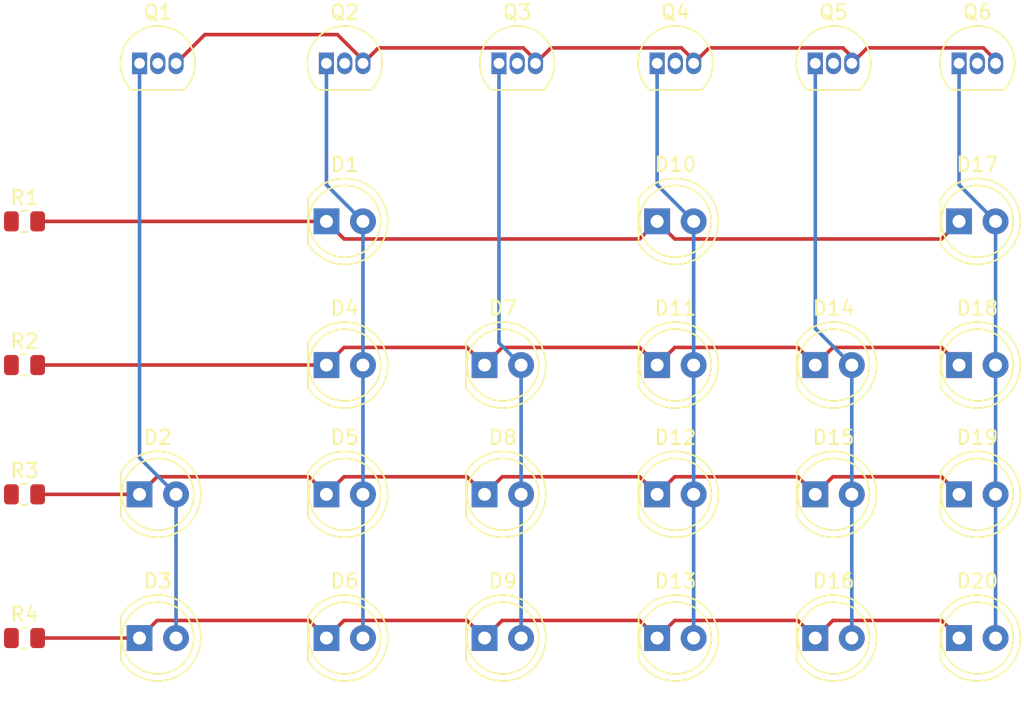
<source format=kicad_pcb>
(kicad_pcb (version 20211014) (generator pcbnew)
  (layers (0 "F.Cu" signal) (31 "B.Cu" signal) (34 "B.Paste" user) (35 "F.Paste" user) (36 "B.SilkS" user "B.Silkscreen") (37 "F.SilkS" user "F.Silkscreen") (38 "B.Mask" user) (39 "F.Mask" user) (44 "Edge.Cuts" user))
  (net 0 "")
  (net 1 "Net-(D1-Pad1)")
  (net 2 "Net-(D1-Pad2)")
  (net 3 "Net-(D12-Pad1)")
  (net 4 "Net-(D2-Pad2)")
  (net 5 "Net-(D13-Pad1)")
  (net 6 "Net-(D11-Pad1)")
  (net 7 "Net-(D7-Pad2)")
  (net 8 "Net-(D10-Pad2)")
  (net 9 "Net-(D14-Pad2)")
  (net 10 "Net-(D17-Pad2)")
  (net 11 "/D6")
  (net 12 "VCC")
  (net 13 "/D5")
  (net 14 "/D4")
  (net 15 "/D3")
  (net 16 "/D2")
  (net 17 "/D1")
  (net 18 "/R1")
  (net 19 "/R2")
  (net 20 "/R3")
  (net 21 "/R4")
  (footprint "LED_THT:LED_D5.0mm" (layer "F.Cu") (at 204 82)
    (fp_text reference "D10" (at 1.27 -3.96) (layer "F.SilkS"))
    (fp_text value "LED")
    (fp_line (start -1.29 -1.545) (end -1.29 1.545) (layer "F.SilkS") (width 0.12))
    (fp_arc (start -1.29 -1.54483) (mid 2.072002 -2.880433) (end 4.26 0.000462) (layer "F.SilkS") (width 0.12))
    (fp_arc (start 4.26 -0.000462) (mid 2.072002 2.880433) (end -1.29 1.54483) (layer "F.SilkS") (width 0.12))
    (fp_circle (center 1.27 0) (end 3.77 0) (layer "F.SilkS") (width 0.12) (fill none))
    (pad "1" thru_hole rect locked (at 0 0) (size 1.8 1.8) (drill 0.9) (layers *.Cu *.Mask) (net 1 "Net-(D1-Pad1)"))
    (pad "2" thru_hole circle locked (at 2.54 0) (size 1.8 1.8) (drill 0.9) (layers *.Cu *.Mask) (net 8 "Net-(D10-Pad2)"))
  )
  (footprint "LED_THT:LED_D5.0mm" (layer "F.Cu") (at 168 111)
    (fp_text reference "D3" (at 1.27 -3.96) (layer "F.SilkS"))
    (fp_text value "LED")
    (fp_line (start -1.29 -1.545) (end -1.29 1.545) (layer "F.SilkS") (width 0.12))
    (fp_arc (start 4.26 -0.000462) (mid 2.072002 2.880433) (end -1.29 1.54483) (layer "F.SilkS") (width 0.12))
    (fp_arc (start -1.29 -1.54483) (mid 2.072002 -2.880433) (end 4.26 0.000462) (layer "F.SilkS") (width 0.12))
    (fp_circle (center 1.27 0) (end 3.77 0) (layer "F.SilkS") (width 0.12) (fill none))
    (pad "1" thru_hole rect locked (at 0 0) (size 1.8 1.8) (drill 0.9) (layers *.Cu *.Mask) (net 5 "Net-(D13-Pad1)"))
    (pad "2" thru_hole circle locked (at 2.54 0) (size 1.8 1.8) (drill 0.9) (layers *.Cu *.Mask) (net 4 "Net-(D2-Pad2)"))
  )
  (footprint "LED_THT:LED_D5.0mm" (layer "F.Cu") (at 204 101)
    (fp_text reference "D12" (at 1.27 -3.96) (layer "F.SilkS"))
    (fp_text value "LED")
    (fp_line (start -1.29 -1.545) (end -1.29 1.545) (layer "F.SilkS") (width 0.12))
    (fp_arc (start -1.29 -1.54483) (mid 2.072002 -2.880433) (end 4.26 0.000462) (layer "F.SilkS") (width 0.12))
    (fp_arc (start 4.26 -0.000462) (mid 2.072002 2.880433) (end -1.29 1.54483) (layer "F.SilkS") (width 0.12))
    (fp_circle (center 1.27 0) (end 3.77 0) (layer "F.SilkS") (width 0.12) (fill none))
    (pad "1" thru_hole rect locked (at 0 0) (size 1.8 1.8) (drill 0.9) (layers *.Cu *.Mask) (net 3 "Net-(D12-Pad1)"))
    (pad "2" thru_hole circle locked (at 2.54 0) (size 1.8 1.8) (drill 0.9) (layers *.Cu *.Mask) (net 8 "Net-(D10-Pad2)"))
  )
  (footprint "LED_THT:LED_D5.0mm" (layer "F.Cu") (at 181 92)
    (fp_text reference "D4" (at 1.27 -3.96) (layer "F.SilkS"))
    (fp_text value "LED")
    (fp_line (start -1.29 -1.545) (end -1.29 1.545) (layer "F.SilkS") (width 0.12))
    (fp_arc (start -1.29 -1.54483) (mid 2.072002 -2.880433) (end 4.26 0.000462) (layer "F.SilkS") (width 0.12))
    (fp_arc (start 4.26 -0.000462) (mid 2.072002 2.880433) (end -1.29 1.54483) (layer "F.SilkS") (width 0.12))
    (fp_circle (center 1.27 0) (end 3.77 0) (layer "F.SilkS") (width 0.12) (fill none))
    (pad "1" thru_hole rect locked (at 0 0) (size 1.8 1.8) (drill 0.9) (layers *.Cu *.Mask) (net 6 "Net-(D11-Pad1)"))
    (pad "2" thru_hole circle locked (at 2.54 0) (size 1.8 1.8) (drill 0.9) (layers *.Cu *.Mask) (net 2 "Net-(D1-Pad2)"))
  )
  (footprint "LED_THT:LED_D5.0mm" (layer "F.Cu") (at 181 82)
    (fp_text reference "D1" (at 1.27 -3.96) (layer "F.SilkS"))
    (fp_text value "LED")
    (fp_line (start -1.29 -1.545) (end -1.29 1.545) (layer "F.SilkS") (width 0.12))
    (fp_arc (start 4.26 -0.000462) (mid 2.072002 2.880433) (end -1.29 1.54483) (layer "F.SilkS") (width 0.12))
    (fp_arc (start -1.29 -1.54483) (mid 2.072002 -2.880433) (end 4.26 0.000462) (layer "F.SilkS") (width 0.12))
    (fp_circle (center 1.27 0) (end 3.77 0) (layer "F.SilkS") (width 0.12) (fill none))
    (pad "1" thru_hole rect locked (at 0 0) (size 1.8 1.8) (drill 0.9) (layers *.Cu *.Mask) (net 1 "Net-(D1-Pad1)"))
    (pad "2" thru_hole circle locked (at 2.54 0) (size 1.8 1.8) (drill 0.9) (layers *.Cu *.Mask) (net 2 "Net-(D1-Pad2)"))
  )
  (footprint "LED_THT:LED_D5.0mm" (layer "F.Cu") (at 192 111)
    (fp_text reference "D9" (at 1.27 -3.96) (layer "F.SilkS"))
    (fp_text value "LED")
    (fp_line (start -1.29 -1.545) (end -1.29 1.545) (layer "F.SilkS") (width 0.12))
    (fp_arc (start 4.26 -0.000462) (mid 2.072002 2.880433) (end -1.29 1.54483) (layer "F.SilkS") (width 0.12))
    (fp_arc (start -1.29 -1.54483) (mid 2.072002 -2.880433) (end 4.26 0.000462) (layer "F.SilkS") (width 0.12))
    (fp_circle (center 1.27 0) (end 3.77 0) (layer "F.SilkS") (width 0.12) (fill none))
    (pad "1" thru_hole rect locked (at 0 0) (size 1.8 1.8) (drill 0.9) (layers *.Cu *.Mask) (net 5 "Net-(D13-Pad1)"))
    (pad "2" thru_hole circle locked (at 2.54 0) (size 1.8 1.8) (drill 0.9) (layers *.Cu *.Mask) (net 7 "Net-(D7-Pad2)"))
  )
  (footprint "Resistor_SMD:R_0805_2012Metric" (layer "F.Cu") (at 160 111)
    (fp_text reference "R4" (at 0 -1.65) (layer "F.SilkS"))
    (fp_text value "1K")
    (fp_line (start -0.227064 -0.735) (end 0.227064 -0.735) (layer "F.SilkS") (width 0.12))
    (fp_line (start -0.227064 0.735) (end 0.227064 0.735) (layer "F.SilkS") (width 0.12))
    (pad "1" smd roundrect locked (at -0.9125 0) (size 1.025 1.4) (layers "F.Cu" "F.Paste" "F.Mask") (roundrect_rratio 0.243902) (net 21 "/R4"))
    (pad "2" smd roundrect locked (at 0.9125 0) (size 1.025 1.4) (layers "F.Cu" "F.Paste" "F.Mask") (roundrect_rratio 0.243902) (net 5 "Net-(D13-Pad1)"))
  )
  (footprint "Resistor_SMD:R_0805_2012Metric" (layer "F.Cu") (at 160 92)
    (fp_text reference "R2" (at 0 -1.65) (layer "F.SilkS"))
    (fp_text value "1K")
    (fp_line (start -0.227064 0.735) (end 0.227064 0.735) (layer "F.SilkS") (width 0.12))
    (fp_line (start -0.227064 -0.735) (end 0.227064 -0.735) (layer "F.SilkS") (width 0.12))
    (pad "1" smd roundrect locked (at -0.9125 0) (size 1.025 1.4) (layers "F.Cu" "F.Paste" "F.Mask") (roundrect_rratio 0.243902) (net 19 "/R2"))
    (pad "2" smd roundrect locked (at 0.9125 0) (size 1.025 1.4) (layers "F.Cu" "F.Paste" "F.Mask") (roundrect_rratio 0.243902) (net 6 "Net-(D11-Pad1)"))
  )
  (footprint "LED_THT:LED_D5.0mm" (layer "F.Cu") (at 168 101)
    (fp_text reference "D2" (at 1.27 -3.96) (layer "F.SilkS"))
    (fp_text value "LED")
    (fp_line (start -1.29 -1.545) (end -1.29 1.545) (layer "F.SilkS") (width 0.12))
    (fp_arc (start -1.29 -1.54483) (mid 2.072002 -2.880433) (end 4.26 0.000462) (layer "F.SilkS") (width 0.12))
    (fp_arc (start 4.26 -0.000462) (mid 2.072002 2.880433) (end -1.29 1.54483) (layer "F.SilkS") (width 0.12))
    (fp_circle (center 1.27 0) (end 3.77 0) (layer "F.SilkS") (width 0.12) (fill none))
    (pad "1" thru_hole rect locked (at 0 0) (size 1.8 1.8) (drill 0.9) (layers *.Cu *.Mask) (net 3 "Net-(D12-Pad1)"))
    (pad "2" thru_hole circle locked (at 2.54 0) (size 1.8 1.8) (drill 0.9) (layers *.Cu *.Mask) (net 4 "Net-(D2-Pad2)"))
  )
  (footprint "LED_THT:LED_D5.0mm" (layer "F.Cu") (at 225 101)
    (fp_text reference "D19" (at 1.27 -3.96) (layer "F.SilkS"))
    (fp_text value "LED")
    (fp_line (start -1.29 -1.545) (end -1.29 1.545) (layer "F.SilkS") (width 0.12))
    (fp_arc (start 4.26 -0.000462) (mid 2.072002 2.880433) (end -1.29 1.54483) (layer "F.SilkS") (width 0.12))
    (fp_arc (start -1.29 -1.54483) (mid 2.072002 -2.880433) (end 4.26 0.000462) (layer "F.SilkS") (width 0.12))
    (fp_circle (center 1.27 0) (end 3.77 0) (layer "F.SilkS") (width 0.12) (fill none))
    (pad "1" thru_hole rect locked (at 0 0) (size 1.8 1.8) (drill 0.9) (layers *.Cu *.Mask) (net 3 "Net-(D12-Pad1)"))
    (pad "2" thru_hole circle locked (at 2.54 0) (size 1.8 1.8) (drill 0.9) (layers *.Cu *.Mask) (net 10 "Net-(D17-Pad2)"))
  )
  (footprint "LED_THT:LED_D5.0mm" (layer "F.Cu") (at 225 82)
    (fp_text reference "D17" (at 1.27 -3.96) (layer "F.SilkS"))
    (fp_text value "LED")
    (fp_line (start -1.29 -1.545) (end -1.29 1.545) (layer "F.SilkS") (width 0.12))
    (fp_arc (start 4.26 -0.000462) (mid 2.072002 2.880433) (end -1.29 1.54483) (layer "F.SilkS") (width 0.12))
    (fp_arc (start -1.29 -1.54483) (mid 2.072002 -2.880433) (end 4.26 0.000462) (layer "F.SilkS") (width 0.12))
    (fp_circle (center 1.27 0) (end 3.77 0) (layer "F.SilkS") (width 0.12) (fill none))
    (pad "1" thru_hole rect locked (at 0 0) (size 1.8 1.8) (drill 0.9) (layers *.Cu *.Mask) (net 1 "Net-(D1-Pad1)"))
    (pad "2" thru_hole circle locked (at 2.54 0) (size 1.8 1.8) (drill 0.9) (layers *.Cu *.Mask) (net 10 "Net-(D17-Pad2)"))
  )
  (footprint "LED_THT:LED_D5.0mm" (layer "F.Cu") (at 204 111)
    (fp_text reference "D13" (at 1.27 -3.96) (layer "F.SilkS"))
    (fp_text value "LED")
    (fp_line (start -1.29 -1.545) (end -1.29 1.545) (layer "F.SilkS") (width 0.12))
    (fp_arc (start 4.26 -0.000462) (mid 2.072002 2.880433) (end -1.29 1.54483) (layer "F.SilkS") (width 0.12))
    (fp_arc (start -1.29 -1.54483) (mid 2.072002 -2.880433) (end 4.26 0.000462) (layer "F.SilkS") (width 0.12))
    (fp_circle (center 1.27 0) (end 3.77 0) (layer "F.SilkS") (width 0.12) (fill none))
    (pad "1" thru_hole rect locked (at 0 0) (size 1.8 1.8) (drill 0.9) (layers *.Cu *.Mask) (net 5 "Net-(D13-Pad1)"))
    (pad "2" thru_hole circle locked (at 2.54 0) (size 1.8 1.8) (drill 0.9) (layers *.Cu *.Mask) (net 8 "Net-(D10-Pad2)"))
  )
  (footprint "LED_THT:LED_D5.0mm" (layer "F.Cu") (at 192 92)
    (fp_text reference "D7" (at 1.27 -3.96) (layer "F.SilkS"))
    (fp_text value "LED")
    (fp_line (start -1.29 -1.545) (end -1.29 1.545) (layer "F.SilkS") (width 0.12))
    (fp_arc (start 4.26 -0.000462) (mid 2.072002 2.880433) (end -1.29 1.54483) (layer "F.SilkS") (width 0.12))
    (fp_arc (start -1.29 -1.54483) (mid 2.072002 -2.880433) (end 4.26 0.000462) (layer "F.SilkS") (width 0.12))
    (fp_circle (center 1.27 0) (end 3.77 0) (layer "F.SilkS") (width 0.12) (fill none))
    (pad "1" thru_hole rect locked (at 0 0) (size 1.8 1.8) (drill 0.9) (layers *.Cu *.Mask) (net 6 "Net-(D11-Pad1)"))
    (pad "2" thru_hole circle locked (at 2.54 0) (size 1.8 1.8) (drill 0.9) (layers *.Cu *.Mask) (net 7 "Net-(D7-Pad2)"))
  )
  (footprint "LED_THT:LED_D5.0mm" (layer "F.Cu") (at 215 92)
    (fp_text reference "D14" (at 1.27 -3.96) (layer "F.SilkS"))
    (fp_text value "LED")
    (fp_line (start -1.29 -1.545) (end -1.29 1.545) (layer "F.SilkS") (width 0.12))
    (fp_arc (start 4.26 -0.000462) (mid 2.072002 2.880433) (end -1.29 1.54483) (layer "F.SilkS") (width 0.12))
    (fp_arc (start -1.29 -1.54483) (mid 2.072002 -2.880433) (end 4.26 0.000462) (layer "F.SilkS") (width 0.12))
    (fp_circle (center 1.27 0) (end 3.77 0) (layer "F.SilkS") (width 0.12) (fill none))
    (pad "1" thru_hole rect locked (at 0 0) (size 1.8 1.8) (drill 0.9) (layers *.Cu *.Mask) (net 6 "Net-(D11-Pad1)"))
    (pad "2" thru_hole circle locked (at 2.54 0) (size 1.8 1.8) (drill 0.9) (layers *.Cu *.Mask) (net 9 "Net-(D14-Pad2)"))
  )
  (footprint "LED_THT:LED_D5.0mm" (layer "F.Cu") (at 215 111)
    (fp_text reference "D16" (at 1.27 -3.96) (layer "F.SilkS"))
    (fp_text value "LED")
    (fp_line (start -1.29 -1.545) (end -1.29 1.545) (layer "F.SilkS") (width 0.12))
    (fp_arc (start 4.26 -0.000462) (mid 2.072002 2.880433) (end -1.29 1.54483) (layer "F.SilkS") (width 0.12))
    (fp_arc (start -1.29 -1.54483) (mid 2.072002 -2.880433) (end 4.26 0.000462) (layer "F.SilkS") (width 0.12))
    (fp_circle (center 1.27 0) (end 3.77 0) (layer "F.SilkS") (width 0.12) (fill none))
    (pad "1" thru_hole rect locked (at 0 0) (size 1.8 1.8) (drill 0.9) (layers *.Cu *.Mask) (net 5 "Net-(D13-Pad1)"))
    (pad "2" thru_hole circle locked (at 2.54 0) (size 1.8 1.8) (drill 0.9) (layers *.Cu *.Mask) (net 9 "Net-(D14-Pad2)"))
  )
  (footprint "Package_TO_SOT_THT:TO-92_Inline" (layer "F.Cu") (at 168 71)
    (fp_text reference "Q1" (at 1.27 -3.56) (layer "F.SilkS"))
    (fp_text value "BC557")
    (fp_line (start -0.53 1.85) (end 3.07 1.85) (layer "F.SilkS") (width 0.12))
    (fp_arc (start 1.27 -2.6) (mid 3.672087 -0.994977) (end 3.108478 1.838478) (layer "F.SilkS") (width 0.12))
    (fp_arc (start -0.568478 1.838478) (mid -1.132087 -0.994977) (end 1.27 -2.6) (layer "F.SilkS") (width 0.12))
    (pad "1" thru_hole rect locked (at 0 0) (size 1.05 1.5) (drill 0.75) (layers *.Cu *.Mask) (net 4 "Net-(D2-Pad2)"))
    (pad "2" thru_hole oval locked (at 1.27 0) (size 1.05 1.5) (drill 0.75) (layers *.Cu *.Mask) (net 11 "/D6"))
    (pad "3" thru_hole oval locked (at 2.54 0) (size 1.05 1.5) (drill 0.75) (layers *.Cu *.Mask) (net 12 "VCC"))
  )
  (footprint "LED_THT:LED_D5.0mm" (layer "F.Cu") (at 192 101)
    (fp_text reference "D8" (at 1.27 -3.96) (layer "F.SilkS"))
    (fp_text value "LED")
    (fp_line (start -1.29 -1.545) (end -1.29 1.545) (layer "F.SilkS") (width 0.12))
    (fp_arc (start -1.29 -1.54483) (mid 2.072002 -2.880433) (end 4.26 0.000462) (layer "F.SilkS") (width 0.12))
    (fp_arc (start 4.26 -0.000462) (mid 2.072002 2.880433) (end -1.29 1.54483) (layer "F.SilkS") (width 0.12))
    (fp_circle (center 1.27 0) (end 3.77 0) (layer "F.SilkS") (width 0.12) (fill none))
    (pad "1" thru_hole rect locked (at 0 0) (size 1.8 1.8) (drill 0.9) (layers *.Cu *.Mask) (net 3 "Net-(D12-Pad1)"))
    (pad "2" thru_hole circle locked (at 2.54 0) (size 1.8 1.8) (drill 0.9) (layers *.Cu *.Mask) (net 7 "Net-(D7-Pad2)"))
  )
  (footprint "LED_THT:LED_D5.0mm" (layer "F.Cu") (at 204 92)
    (fp_text reference "D11" (at 1.27 -3.96) (layer "F.SilkS"))
    (fp_text value "LED")
    (fp_line (start -1.29 -1.545) (end -1.29 1.545) (layer "F.SilkS") (width 0.12))
    (fp_arc (start 4.26 -0.000462) (mid 2.072002 2.880433) (end -1.29 1.54483) (layer "F.SilkS") (width 0.12))
    (fp_arc (start -1.29 -1.54483) (mid 2.072002 -2.880433) (end 4.26 0.000462) (layer "F.SilkS") (width 0.12))
    (fp_circle (center 1.27 0) (end 3.77 0) (layer "F.SilkS") (width 0.12) (fill none))
    (pad "1" thru_hole rect locked (at 0 0) (size 1.8 1.8) (drill 0.9) (layers *.Cu *.Mask) (net 6 "Net-(D11-Pad1)"))
    (pad "2" thru_hole circle locked (at 2.54 0) (size 1.8 1.8) (drill 0.9) (layers *.Cu *.Mask) (net 8 "Net-(D10-Pad2)"))
  )
  (footprint "Package_TO_SOT_THT:TO-92_Inline" (layer "F.Cu") (at 204 71)
    (fp_text reference "Q4" (at 1.27 -3.56) (layer "F.SilkS"))
    (fp_text value "BC557")
    (fp_line (start -0.53 1.85) (end 3.07 1.85) (layer "F.SilkS") (width 0.12))
    (fp_arc (start -0.568478 1.838478) (mid -1.132087 -0.994977) (end 1.27 -2.6) (layer "F.SilkS") (width 0.12))
    (fp_arc (start 1.27 -2.6) (mid 3.672087 -0.994977) (end 3.108478 1.838478) (layer "F.SilkS") (width 0.12))
    (pad "1" thru_hole rect locked (at 0 0) (size 1.05 1.5) (drill 0.75) (layers *.Cu *.Mask) (net 8 "Net-(D10-Pad2)"))
    (pad "2" thru_hole oval locked (at 1.27 0) (size 1.05 1.5) (drill 0.75) (layers *.Cu *.Mask) (net 15 "/D3"))
    (pad "3" thru_hole oval locked (at 2.54 0) (size 1.05 1.5) (drill 0.75) (layers *.Cu *.Mask) (net 12 "VCC"))
  )
  (footprint "LED_THT:LED_D5.0mm" (layer "F.Cu") (at 225 92)
    (fp_text reference "D18" (at 1.27 -3.96) (layer "F.SilkS"))
    (fp_text value "LED")
    (fp_line (start -1.29 -1.545) (end -1.29 1.545) (layer "F.SilkS") (width 0.12))
    (fp_arc (start 4.26 -0.000462) (mid 2.072002 2.880433) (end -1.29 1.54483) (layer "F.SilkS") (width 0.12))
    (fp_arc (start -1.29 -1.54483) (mid 2.072002 -2.880433) (end 4.26 0.000462) (layer "F.SilkS") (width 0.12))
    (fp_circle (center 1.27 0) (end 3.77 0) (layer "F.SilkS") (width 0.12) (fill none))
    (pad "1" thru_hole rect locked (at 0 0) (size 1.8 1.8) (drill 0.9) (layers *.Cu *.Mask) (net 6 "Net-(D11-Pad1)"))
    (pad "2" thru_hole circle locked (at 2.54 0) (size 1.8 1.8) (drill 0.9) (layers *.Cu *.Mask) (net 10 "Net-(D17-Pad2)"))
  )
  (footprint "Package_TO_SOT_THT:TO-92_Inline" (layer "F.Cu") (at 225 71)
    (fp_text reference "Q6" (at 1.27 -3.56) (layer "F.SilkS"))
    (fp_text value "BC557")
    (fp_line (start -0.53 1.85) (end 3.07 1.85) (layer "F.SilkS") (width 0.12))
    (fp_arc (start 1.27 -2.6) (mid 3.672087 -0.994977) (end 3.108478 1.838478) (layer "F.SilkS") (width 0.12))
    (fp_arc (start -0.568478 1.838478) (mid -1.132087 -0.994977) (end 1.27 -2.6) (layer "F.SilkS") (width 0.12))
    (pad "1" thru_hole rect locked (at 0 0) (size 1.05 1.5) (drill 0.75) (layers *.Cu *.Mask) (net 10 "Net-(D17-Pad2)"))
    (pad "2" thru_hole oval locked (at 1.27 0) (size 1.05 1.5) (drill 0.75) (layers *.Cu *.Mask) (net 17 "/D1"))
    (pad "3" thru_hole oval locked (at 2.54 0) (size 1.05 1.5) (drill 0.75) (layers *.Cu *.Mask) (net 12 "VCC"))
  )
  (footprint "Package_TO_SOT_THT:TO-92_Inline" (layer "F.Cu") (at 181 71)
    (fp_text reference "Q2" (at 1.27 -3.56) (layer "F.SilkS"))
    (fp_text value "BC557")
    (fp_line (start -0.53 1.85) (end 3.07 1.85) (layer "F.SilkS") (width 0.12))
    (fp_arc (start -0.568478 1.838478) (mid -1.132087 -0.994977) (end 1.27 -2.6) (layer "F.SilkS") (width 0.12))
    (fp_arc (start 1.27 -2.6) (mid 3.672087 -0.994977) (end 3.108478 1.838478) (layer "F.SilkS") (width 0.12))
    (pad "1" thru_hole rect locked (at 0 0) (size 1.05 1.5) (drill 0.75) (layers *.Cu *.Mask) (net 2 "Net-(D1-Pad2)"))
    (pad "2" thru_hole oval locked (at 1.27 0) (size 1.05 1.5) (drill 0.75) (layers *.Cu *.Mask) (net 13 "/D5"))
    (pad "3" thru_hole oval locked (at 2.54 0) (size 1.05 1.5) (drill 0.75) (layers *.Cu *.Mask) (net 12 "VCC"))
  )
  (footprint "LED_THT:LED_D5.0mm" (layer "F.Cu") (at 225 111)
    (fp_text reference "D20" (at 1.27 -3.96) (layer "F.SilkS"))
    (fp_text value "LED")
    (fp_line (start -1.29 -1.545) (end -1.29 1.545) (layer "F.SilkS") (width 0.12))
    (fp_arc (start -1.29 -1.54483) (mid 2.072002 -2.880433) (end 4.26 0.000462) (layer "F.SilkS") (width 0.12))
    (fp_arc (start 4.26 -0.000462) (mid 2.072002 2.880433) (end -1.29 1.54483) (layer "F.SilkS") (width 0.12))
    (fp_circle (center 1.27 0) (end 3.77 0) (layer "F.SilkS") (width 0.12) (fill none))
    (pad "1" thru_hole rect locked (at 0 0) (size 1.8 1.8) (drill 0.9) (layers *.Cu *.Mask) (net 5 "Net-(D13-Pad1)"))
    (pad "2" thru_hole circle locked (at 2.54 0) (size 1.8 1.8) (drill 0.9) (layers *.Cu *.Mask) (net 10 "Net-(D17-Pad2)"))
  )
  (footprint "Resistor_SMD:R_0805_2012Metric" (layer "F.Cu") (at 160 82)
    (fp_text reference "R1" (at 0 -1.65) (layer "F.SilkS"))
    (fp_text value "1K")
    (fp_line (start -0.227064 0.735) (end 0.227064 0.735) (layer "F.SilkS") (width 0.12))
    (fp_line (start -0.227064 -0.735) (end 0.227064 -0.735) (layer "F.SilkS") (width 0.12))
    (pad "1" smd roundrect locked (at -0.9125 0) (size 1.025 1.4) (layers "F.Cu" "F.Paste" "F.Mask") (roundrect_rratio 0.243902) (net 18 "/R1"))
    (pad "2" smd roundrect locked (at 0.9125 0) (size 1.025 1.4) (layers "F.Cu" "F.Paste" "F.Mask") (roundrect_rratio 0.243902) (net 1 "Net-(D1-Pad1)"))
  )
  (footprint "Resistor_SMD:R_0805_2012Metric" (layer "F.Cu") (at 160 101)
    (fp_text reference "R3" (at 0 -1.65) (layer "F.SilkS"))
    (fp_text value "1K")
    (fp_line (start -0.227064 0.735) (end 0.227064 0.735) (layer "F.SilkS") (width 0.12))
    (fp_line (start -0.227064 -0.735) (end 0.227064 -0.735) (layer "F.SilkS") (width 0.12))
    (pad "1" smd roundrect locked (at -0.9125 0) (size 1.025 1.4) (layers "F.Cu" "F.Paste" "F.Mask") (roundrect_rratio 0.243902) (net 20 "/R3"))
    (pad "2" smd roundrect locked (at 0.9125 0) (size 1.025 1.4) (layers "F.Cu" "F.Paste" "F.Mask") (roundrect_rratio 0.243902) (net 3 "Net-(D12-Pad1)"))
  )
  (footprint "LED_THT:LED_D5.0mm" (layer "F.Cu") (at 181 101)
    (fp_text reference "D5" (at 1.27 -3.96) (layer "F.SilkS"))
    (fp_text value "LED")
    (fp_line (start -1.29 -1.545) (end -1.29 1.545) (layer "F.SilkS") (width 0.12))
    (fp_arc (start -1.29 -1.54483) (mid 2.072002 -2.880433) (end 4.26 0.000462) (layer "F.SilkS") (width 0.12))
    (fp_arc (start 4.26 -0.000462) (mid 2.072002 2.880433) (end -1.29 1.54483) (layer "F.SilkS") (width 0.12))
    (fp_circle (center 1.27 0) (end 3.77 0) (layer "F.SilkS") (width 0.12) (fill none))
    (pad "1" thru_hole rect locked (at 0 0) (size 1.8 1.8) (drill 0.9) (layers *.Cu *.Mask) (net 3 "Net-(D12-Pad1)"))
    (pad "2" thru_hole circle locked (at 2.54 0) (size 1.8 1.8) (drill 0.9) (layers *.Cu *.Mask) (net 2 "Net-(D1-Pad2)"))
  )
  (footprint "LED_THT:LED_D5.0mm" (layer "F.Cu") (at 215 101)
    (fp_text reference "D15" (at 1.27 -3.96) (layer "F.SilkS"))
    (fp_text value "LED")
    (fp_line (start -1.29 -1.545) (end -1.29 1.545) (layer "F.SilkS") (width 0.12))
    (fp_arc (start -1.29 -1.54483) (mid 2.072002 -2.880433) (end 4.26 0.000462) (layer "F.SilkS") (width 0.12))
    (fp_arc (start 4.26 -0.000462) (mid 2.072002 2.880433) (end -1.29 1.54483) (layer "F.SilkS") (width 0.12))
    (fp_circle (center 1.27 0) (end 3.77 0) (layer "F.SilkS") (width 0.12) (fill none))
    (pad "1" thru_hole rect locked (at 0 0) (size 1.8 1.8) (drill 0.9) (layers *.Cu *.Mask) (net 3 "Net-(D12-Pad1)"))
    (pad "2" thru_hole circle locked (at 2.54 0) (size 1.8 1.8) (drill 0.9) (layers *.Cu *.Mask) (net 9 "Net-(D14-Pad2)"))
  )
  (footprint "Package_TO_SOT_THT:TO-92_Inline" (layer "F.Cu") (at 193 71)
    (fp_text reference "Q3" (at 1.27 -3.56) (layer "F.SilkS"))
    (fp_text value "BC557")
    (fp_line (start -0.53 1.85) (end 3.07 1.85) (layer "F.SilkS") (width 0.12))
    (fp_arc (start 1.27 -2.6) (mid 3.672087 -0.994977) (end 3.108478 1.838478) (layer "F.SilkS") (width 0.12))
    (fp_arc (start -0.568478 1.838478) (mid -1.132087 -0.994977) (end 1.27 -2.6) (layer "F.SilkS") (width 0.12))
    (pad "1" thru_hole rect locked (at 0 0) (size 1.05 1.5) (drill 0.75) (layers *.Cu *.Mask) (net 7 "Net-(D7-Pad2)"))
    (pad "2" thru_hole oval locked (at 1.27 0) (size 1.05 1.5) (drill 0.75) (layers *.Cu *.Mask) (net 14 "/D4"))
    (pad "3" thru_hole oval locked (at 2.54 0) (size 1.05 1.5) (drill 0.75) (layers *.Cu *.Mask) (net 12 "VCC"))
  )
  (footprint "Package_TO_SOT_THT:TO-92_Inline" (layer "F.Cu") (at 215 71)
    (fp_text reference "Q5" (at 1.27 -3.56) (layer "F.SilkS"))
    (fp_text value "BC557")
    (fp_line (start -0.53 1.85) (end 3.07 1.85) (layer "F.SilkS") (width 0.12))
    (fp_arc (start -0.568478 1.838478) (mid -1.132087 -0.994977) (end 1.27 -2.6) (layer "F.SilkS") (width 0.12))
    (fp_arc (start 1.27 -2.6) (mid 3.672087 -0.994977) (end 3.108478 1.838478) (layer "F.SilkS") (width 0.12))
    (pad "1" thru_hole rect locked (at 0 0) (size 1.05 1.5) (drill 0.75) (layers *.Cu *.Mask) (net 9 "Net-(D14-Pad2)"))
    (pad "2" thru_hole oval locked (at 1.27 0) (size 1.05 1.5) (drill 0.75) (layers *.Cu *.Mask) (net 16 "/D2"))
    (pad "3" thru_hole oval locked (at 2.54 0) (size 1.05 1.5) (drill 0.75) (layers *.Cu *.Mask) (net 12 "VCC"))
  )
  (footprint "LED_THT:LED_D5.0mm" (layer "F.Cu") (at 181 111)
    (fp_text reference "D6" (at 1.27 -3.96) (layer "F.SilkS"))
    (fp_text value "LED")
    (fp_line (start -1.29 -1.545) (end -1.29 1.545) (layer "F.SilkS") (width 0.12))
    (fp_arc (start 4.26 -0.000462) (mid 2.072002 2.880433) (end -1.29 1.54483) (layer "F.SilkS") (width 0.12))
    (fp_arc (start -1.29 -1.54483) (mid 2.072002 -2.880433) (end 4.26 0.000462) (layer "F.SilkS") (width 0.12))
    (fp_circle (center 1.27 0) (end 3.77 0) (layer "F.SilkS") (width 0.12) (fill none))
    (pad "1" thru_hole rect locked (at 0 0) (size 1.8 1.8) (drill 0.9) (layers *.Cu *.Mask) (net 5 "Net-(D13-Pad1)"))
    (pad "2" thru_hole circle locked (at 2.54 0) (size 1.8 1.8) (drill 0.9) (layers *.Cu *.Mask) (net 2 "Net-(D1-Pad2)"))
  )
  (segment (start 202.775489 83.224511) (end 204 82) (width 0.25) (layer "F.Cu") (net 1))
  (segment (start 205.224511 83.224511) (end 223.775489 83.224511) (width 0.25) (layer "F.Cu") (net 1))
  (segment (start 181 82) (end 182.224511 83.224511) (width 0.25) (layer "F.Cu") (net 1))
  (segment (start 223.775489 83.224511) (end 225 82) (width 0.25) (layer "F.Cu") (net 1))
  (segment (start 204 82) (end 205.224511 83.224511) (width 0.25) (layer "F.Cu") (net 1))
  (segment (start 182.224511 83.224511) (end 202.775489 83.224511) (width 0.25) (layer "F.Cu") (net 1))
  (segment (start 160.9125 82) (end 181 82) (width 0.25) (layer "F.Cu") (net 1))
  (segment (start 183.54 92) (end 183.54 101) (width 0.25) (layer "B.Cu") (net 2))
  (segment (start 183.54 101) (end 183.54 111) (width 0.25) (layer "B.Cu") (net 2))
  (segment (start 181 79.46) (end 183.54 82) (width 0.25) (layer "B.Cu") (net 2))
  (segment (start 183.54 82) (end 183.54 92) (width 0.25) (layer "B.Cu") (net 2))
  (segment (start 181 71) (end 181 79.46) (width 0.25) (layer "B.Cu") (net 2))
  (segment (start 182.224511 99.775489) (end 181 101) (width 0.25) (layer "F.Cu") (net 3))
  (segment (start 160.9125 101) (end 168 101) (width 0.25) (layer "F.Cu") (net 3))
  (segment (start 181 101) (end 179.775489 99.775489) (width 0.25) (layer "F.Cu") (net 3))
  (segment (start 192 101) (end 190.775489 99.775489) (width 0.25) (layer "F.Cu") (net 3))
  (segment (start 204 101) (end 202.775489 99.775489) (width 0.25) (layer "F.Cu") (net 3))
  (segment (start 202.775489 99.775489) (end 193.224511 99.775489) (width 0.25) (layer "F.Cu") (net 3))
  (segment (start 169.224511 99.775489) (end 168 101) (width 0.25) (layer "F.Cu") (net 3))
  (segment (start 225 101) (end 223.775489 99.775489) (width 0.25) (layer "F.Cu") (net 3))
  (segment (start 190.775489 99.775489) (end 182.224511 99.775489) (width 0.25) (layer "F.Cu") (net 3))
  (segment (start 205.224511 99.775489) (end 204 101) (width 0.25) (layer "F.Cu") (net 3))
  (segment (start 216.224511 99.775489) (end 215 101) (width 0.25) (layer "F.Cu") (net 3))
  (segment (start 193.224511 99.775489) (end 192 101) (width 0.25) (layer "F.Cu") (net 3))
  (segment (start 223.775489 99.775489) (end 216.224511 99.775489) (width 0.25) (layer "F.Cu") (net 3))
  (segment (start 213.775489 99.775489) (end 205.224511 99.775489) (width 0.25) (layer "F.Cu") (net 3))
  (segment (start 215 101) (end 213.775489 99.775489) (width 0.25) (layer "F.Cu") (net 3))
  (segment (start 179.775489 99.775489) (end 169.224511 99.775489) (width 0.25) (layer "F.Cu") (net 3))
  (segment (start 168 98.46) (end 170.54 101) (width 0.25) (layer "B.Cu") (net 4))
  (segment (start 170.54 101) (end 170.54 111) (width 0.25) (layer "B.Cu") (net 4))
  (segment (start 168 71) (end 168 98.46) (width 0.25) (layer "B.Cu") (net 4))
  (segment (start 160.9125 111) (end 168 111) (width 0.25) (layer "F.Cu") (net 5))
  (segment (start 193.224511 109.775489) (end 192 111) (width 0.25) (layer "F.Cu") (net 5))
  (segment (start 182.224511 109.775489) (end 190.775489 109.775489) (width 0.25) (layer "F.Cu") (net 5))
  (segment (start 213.775489 109.775489) (end 215 111) (width 0.25) (layer "F.Cu") (net 5))
  (segment (start 202.775489 109.775489) (end 193.224511 109.775489) (width 0.25) (layer "F.Cu") (net 5))
  (segment (start 204 111) (end 202.775489 109.775489) (width 0.25) (layer "F.Cu") (net 5))
  (segment (start 223.775489 109.775489) (end 225 111) (width 0.25) (layer "F.Cu") (net 5))
  (segment (start 169.224511 109.775489) (end 179.775489 109.775489) (width 0.25) (layer "F.Cu") (net 5))
  (segment (start 179.775489 109.775489) (end 181 111) (width 0.25) (layer "F.Cu") (net 5))
  (segment (start 181 111) (end 182.224511 109.775489) (width 0.25) (layer "F.Cu") (net 5))
  (segment (start 216.224511 109.775489) (end 223.775489 109.775489) (width 0.25) (layer "F.Cu") (net 5))
  (segment (start 168 111) (end 169.224511 109.775489) (width 0.25) (layer "F.Cu") (net 5))
  (segment (start 204 111) (end 205.224511 109.775489) (width 0.25) (layer "F.Cu") (net 5))
  (segment (start 205.224511 109.775489) (end 213.775489 109.775489) (width 0.25) (layer "F.Cu") (net 5))
  (segment (start 215 111) (end 216.224511 109.775489) (width 0.25) (layer "F.Cu") (net 5))
  (segment (start 190.775489 109.775489) (end 192 111) (width 0.25) (layer "F.Cu") (net 5))
  (segment (start 223.775489 90.775489) (end 216.224511 90.775489) (width 0.25) (layer "F.Cu") (net 6))
  (segment (start 225 92) (end 223.775489 90.775489) (width 0.25) (layer "F.Cu") (net 6))
  (segment (start 216.224511 90.775489) (end 215 92) (width 0.25) (layer "F.Cu") (net 6))
  (segment (start 202.775489 90.775489) (end 204 92) (width 0.25) (layer "F.Cu") (net 6))
  (segment (start 182.224511 90.775489) (end 190.775489 90.775489) (width 0.25) (layer "F.Cu") (net 6))
  (segment (start 181 92) (end 182.224511 90.775489) (width 0.25) (layer "F.Cu") (net 6))
  (segment (start 204 92) (end 205.224511 90.775489) (width 0.25) (layer "F.Cu") (net 6))
  (segment (start 160.9125 92) (end 181 92) (width 0.25) (layer "F.Cu") (net 6))
  (segment (start 205.224511 90.775489) (end 213.775489 90.775489) (width 0.25) (layer "F.Cu") (net 6))
  (segment (start 190.775489 90.775489) (end 192 92) (width 0.25) (layer "F.Cu") (net 6))
  (segment (start 213.775489 90.775489) (end 215 92) (width 0.25) (layer "F.Cu") (net 6))
  (segment (start 192 92) (end 193.224511 90.775489) (width 0.25) (layer "F.Cu") (net 6))
  (segment (start 193.224511 90.775489) (end 202.775489 90.775489) (width 0.25) (layer "F.Cu") (net 6))
  (segment (start 193 90.46) (end 194.54 92) (width 0.25) (layer "B.Cu") (net 7))
  (segment (start 193 71) (end 193 90.46) (width 0.25) (layer "B.Cu") (net 7))
  (segment (start 194.54 111) (end 194.54 101) (width 0.25) (layer "B.Cu") (net 7))
  (segment (start 194.54 101) (end 194.54 92) (width 0.25) (layer "B.Cu") (net 7))
  (segment (start 206.54 82) (end 206.54 92) (width 0.25) (layer "B.Cu") (net 8))
  (segment (start 206.54 101) (end 206.54 111) (width 0.25) (layer "B.Cu") (net 8))
  (segment (start 204 79.46) (end 206.54 82) (width 0.25) (layer "B.Cu") (net 8))
  (segment (start 206.54 92) (end 206.54 101) (width 0.25) (layer "B.Cu") (net 8))
  (segment (start 204 71) (end 204 79.46) (width 0.25) (layer "B.Cu") (net 8))
  (segment (start 215 89.46) (end 217.54 92) (width 0.25) (layer "B.Cu") (net 9))
  (segment (start 215 71) (end 215 89.46) (width 0.25) (layer "B.Cu") (net 9))
  (segment (start 217.54 101) (end 217.54 92) (width 0.25) (layer "B.Cu") (net 9))
  (segment (start 217.54 111) (end 217.54 101) (width 0.25) (layer "B.Cu") (net 9))
  (segment (start 227.54 101) (end 227.54 92) (width 0.25) (layer "B.Cu") (net 10))
  (segment (start 225 79.46) (end 227.54 82) (width 0.25) (layer "B.Cu") (net 10))
  (segment (start 227.54 82) (end 227.54 92) (width 0.25) (layer "B.Cu") (net 10))
  (segment (start 225 71) (end 225 79.46) (width 0.25) (layer "B.Cu") (net 10))
  (segment (start 227.54 111) (end 227.54 101) (width 0.25) (layer "B.Cu") (net 10))
  (segment (start 206.54 71) (end 207.61452 69.92548) (width 0.25) (layer "F.Cu") (net 12))
  (segment (start 205.690489 69.925489) (end 196.614511 69.925489) (width 0.25) (layer "F.Cu") (net 12))
  (segment (start 183.54 71) (end 183.54 70.775) (width 0.25) (layer "F.Cu") (net 12))
  (segment (start 217.54 70.54) (end 217.54 71) (width 0.25) (layer "F.Cu") (net 12))
  (segment (start 184.614511 69.925489) (end 183.54 71) (width 0.25) (layer "F.Cu") (net 12))
  (segment (start 183.54 70.775) (end 181.765 69) (width 0.25) (layer "F.Cu") (net 12))
  (segment (start 206.54 70.775) (end 205.690489 69.925489) (width 0.25) (layer "F.Cu") (net 12))
  (segment (start 195.54 70.775) (end 194.690489 69.925489) (width 0.25) (layer "F.Cu") (net 12))
  (segment (start 206.54 71) (end 206.54 70.775) (width 0.25) (layer "F.Cu") (net 12))
  (segment (start 207.61452 69.92548) (end 216.92548 69.92548) (width 0.25) (layer "F.Cu") (net 12))
  (segment (start 218.614511 69.925489) (end 217.54 71) (width 0.25) (layer "F.Cu") (net 12))
  (segment (start 172.54 69) (end 170.54 71) (width 0.25) (layer "F.Cu") (net 12))
  (segment (start 195.54 71) (end 195.54 70.775) (width 0.25) (layer "F.Cu") (net 12))
  (segment (start 226.690489 69.925489) (end 218.614511 69.925489) (width 0.25) (layer "F.Cu") (net 12))
  (segment (start 227.54 71) (end 227.54 70.775) (width 0.25) (layer "F.Cu") (net 12))
  (segment (start 181.765 69) (end 172.54 69) (width 0.25) (layer "F.Cu") (net 12))
  (segment (start 194.690489 69.925489) (end 184.614511 69.925489) (width 0.25) (layer "F.Cu") (net 12))
  (segment (start 216.92548 69.92548) (end 217.54 70.54) (width 0.25) (layer "F.Cu") (net 12))
  (segment (start 227.54 70.775) (end 226.690489 69.925489) (width 0.25) (layer "F.Cu") (net 12))
  (segment (start 196.614511 69.925489) (end 195.54 71) (width 0.25) (layer "F.Cu") (net 12))
)
</source>
